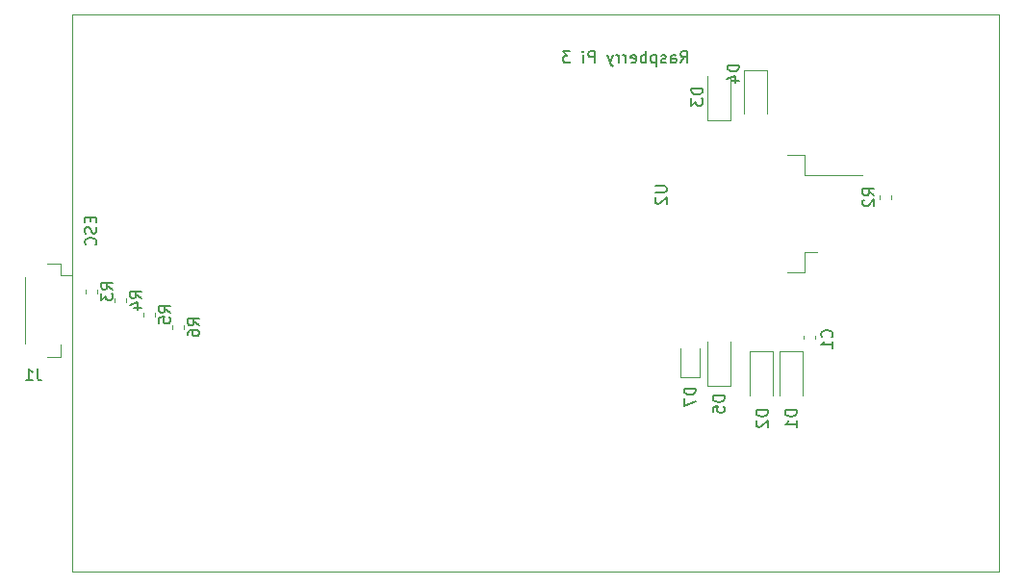
<source format=gbr>
G04 #@! TF.GenerationSoftware,KiCad,Pcbnew,5.1.4+dfsg1-1*
G04 #@! TF.CreationDate,2020-01-07T17:42:00+09:00*
G04 #@! TF.ProjectId,Drone,44726f6e-652e-46b6-9963-61645f706362,rev?*
G04 #@! TF.SameCoordinates,Original*
G04 #@! TF.FileFunction,Legend,Bot*
G04 #@! TF.FilePolarity,Positive*
%FSLAX46Y46*%
G04 Gerber Fmt 4.6, Leading zero omitted, Abs format (unit mm)*
G04 Created by KiCad (PCBNEW 5.1.4+dfsg1-1) date 2020-01-07 17:42:00*
%MOMM*%
%LPD*%
G04 APERTURE LIST*
%ADD10C,0.150000*%
%ADD11C,0.120000*%
G04 APERTURE END LIST*
D10*
X98353571Y-95329523D02*
X98353571Y-95662857D01*
X98877380Y-95805714D02*
X98877380Y-95329523D01*
X97877380Y-95329523D01*
X97877380Y-95805714D01*
X98829761Y-96186666D02*
X98877380Y-96329523D01*
X98877380Y-96567619D01*
X98829761Y-96662857D01*
X98782142Y-96710476D01*
X98686904Y-96758095D01*
X98591666Y-96758095D01*
X98496428Y-96710476D01*
X98448809Y-96662857D01*
X98401190Y-96567619D01*
X98353571Y-96377142D01*
X98305952Y-96281904D01*
X98258333Y-96234285D01*
X98163095Y-96186666D01*
X98067857Y-96186666D01*
X97972619Y-96234285D01*
X97925000Y-96281904D01*
X97877380Y-96377142D01*
X97877380Y-96615238D01*
X97925000Y-96758095D01*
X98782142Y-97758095D02*
X98829761Y-97710476D01*
X98877380Y-97567619D01*
X98877380Y-97472380D01*
X98829761Y-97329523D01*
X98734523Y-97234285D01*
X98639285Y-97186666D01*
X98448809Y-97139047D01*
X98305952Y-97139047D01*
X98115476Y-97186666D01*
X98020238Y-97234285D01*
X97925000Y-97329523D01*
X97877380Y-97472380D01*
X97877380Y-97567619D01*
X97925000Y-97710476D01*
X97972619Y-97758095D01*
D11*
X96710500Y-126492000D02*
X178308000Y-126492000D01*
X96774000Y-77470000D02*
X96710500Y-126492000D01*
X178308000Y-77470000D02*
X96774000Y-77470000D01*
X178308000Y-77470000D02*
X178308000Y-126492000D01*
D10*
X150272142Y-81732380D02*
X150605476Y-81256190D01*
X150843571Y-81732380D02*
X150843571Y-80732380D01*
X150462619Y-80732380D01*
X150367380Y-80780000D01*
X150319761Y-80827619D01*
X150272142Y-80922857D01*
X150272142Y-81065714D01*
X150319761Y-81160952D01*
X150367380Y-81208571D01*
X150462619Y-81256190D01*
X150843571Y-81256190D01*
X149415000Y-81732380D02*
X149415000Y-81208571D01*
X149462619Y-81113333D01*
X149557857Y-81065714D01*
X149748333Y-81065714D01*
X149843571Y-81113333D01*
X149415000Y-81684761D02*
X149510238Y-81732380D01*
X149748333Y-81732380D01*
X149843571Y-81684761D01*
X149891190Y-81589523D01*
X149891190Y-81494285D01*
X149843571Y-81399047D01*
X149748333Y-81351428D01*
X149510238Y-81351428D01*
X149415000Y-81303809D01*
X148986428Y-81684761D02*
X148891190Y-81732380D01*
X148700714Y-81732380D01*
X148605476Y-81684761D01*
X148557857Y-81589523D01*
X148557857Y-81541904D01*
X148605476Y-81446666D01*
X148700714Y-81399047D01*
X148843571Y-81399047D01*
X148938809Y-81351428D01*
X148986428Y-81256190D01*
X148986428Y-81208571D01*
X148938809Y-81113333D01*
X148843571Y-81065714D01*
X148700714Y-81065714D01*
X148605476Y-81113333D01*
X148129285Y-81065714D02*
X148129285Y-82065714D01*
X148129285Y-81113333D02*
X148034047Y-81065714D01*
X147843571Y-81065714D01*
X147748333Y-81113333D01*
X147700714Y-81160952D01*
X147653095Y-81256190D01*
X147653095Y-81541904D01*
X147700714Y-81637142D01*
X147748333Y-81684761D01*
X147843571Y-81732380D01*
X148034047Y-81732380D01*
X148129285Y-81684761D01*
X147224523Y-81732380D02*
X147224523Y-80732380D01*
X147224523Y-81113333D02*
X147129285Y-81065714D01*
X146938809Y-81065714D01*
X146843571Y-81113333D01*
X146795952Y-81160952D01*
X146748333Y-81256190D01*
X146748333Y-81541904D01*
X146795952Y-81637142D01*
X146843571Y-81684761D01*
X146938809Y-81732380D01*
X147129285Y-81732380D01*
X147224523Y-81684761D01*
X145938809Y-81684761D02*
X146034047Y-81732380D01*
X146224523Y-81732380D01*
X146319761Y-81684761D01*
X146367380Y-81589523D01*
X146367380Y-81208571D01*
X146319761Y-81113333D01*
X146224523Y-81065714D01*
X146034047Y-81065714D01*
X145938809Y-81113333D01*
X145891190Y-81208571D01*
X145891190Y-81303809D01*
X146367380Y-81399047D01*
X145462619Y-81732380D02*
X145462619Y-81065714D01*
X145462619Y-81256190D02*
X145415000Y-81160952D01*
X145367380Y-81113333D01*
X145272142Y-81065714D01*
X145176904Y-81065714D01*
X144843571Y-81732380D02*
X144843571Y-81065714D01*
X144843571Y-81256190D02*
X144795952Y-81160952D01*
X144748333Y-81113333D01*
X144653095Y-81065714D01*
X144557857Y-81065714D01*
X144319761Y-81065714D02*
X144081666Y-81732380D01*
X143843571Y-81065714D02*
X144081666Y-81732380D01*
X144176904Y-81970476D01*
X144224523Y-82018095D01*
X144319761Y-82065714D01*
X142700714Y-81732380D02*
X142700714Y-80732380D01*
X142319761Y-80732380D01*
X142224523Y-80780000D01*
X142176904Y-80827619D01*
X142129285Y-80922857D01*
X142129285Y-81065714D01*
X142176904Y-81160952D01*
X142224523Y-81208571D01*
X142319761Y-81256190D01*
X142700714Y-81256190D01*
X141700714Y-81732380D02*
X141700714Y-81065714D01*
X141700714Y-80732380D02*
X141748333Y-80780000D01*
X141700714Y-80827619D01*
X141653095Y-80780000D01*
X141700714Y-80732380D01*
X141700714Y-80827619D01*
X140557857Y-80732380D02*
X139938809Y-80732380D01*
X140272142Y-81113333D01*
X140129285Y-81113333D01*
X140034047Y-81160952D01*
X139986428Y-81208571D01*
X139938809Y-81303809D01*
X139938809Y-81541904D01*
X139986428Y-81637142D01*
X140034047Y-81684761D01*
X140129285Y-81732380D01*
X140415000Y-81732380D01*
X140510238Y-81684761D01*
X140557857Y-81637142D01*
D11*
X104015000Y-104071267D02*
X104015000Y-103728733D01*
X102995000Y-104071267D02*
X102995000Y-103728733D01*
X105535000Y-105186267D02*
X105535000Y-104843733D01*
X106555000Y-105186267D02*
X106555000Y-104843733D01*
X161150000Y-98405000D02*
X162250000Y-98405000D01*
X161150000Y-100215000D02*
X161150000Y-98405000D01*
X159650000Y-100215000D02*
X161150000Y-100215000D01*
X161150000Y-91625000D02*
X166275000Y-91625000D01*
X161150000Y-89815000D02*
X161150000Y-91625000D01*
X159650000Y-89815000D02*
X161150000Y-89815000D01*
X162105000Y-105729721D02*
X162105000Y-106055279D01*
X161085000Y-105729721D02*
X161085000Y-106055279D01*
X159020000Y-107150000D02*
X161020000Y-107150000D01*
X161020000Y-107150000D02*
X161020000Y-111000000D01*
X159020000Y-107150000D02*
X159020000Y-111000000D01*
X156350000Y-107150000D02*
X156350000Y-111000000D01*
X158350000Y-107150000D02*
X158350000Y-111000000D01*
X156350000Y-107150000D02*
X158350000Y-107150000D01*
X94575000Y-99395000D02*
X95725000Y-99395000D01*
X95725000Y-99395000D02*
X95725000Y-100445000D01*
X95725000Y-100445000D02*
X96715000Y-100445000D01*
X94575000Y-107615000D02*
X95725000Y-107615000D01*
X95725000Y-107615000D02*
X95725000Y-106565000D01*
X92605000Y-100565000D02*
X92605000Y-106445000D01*
X154670000Y-86785000D02*
X154670000Y-82935000D01*
X152670000Y-86785000D02*
X152670000Y-82935000D01*
X154670000Y-86785000D02*
X152670000Y-86785000D01*
X155845000Y-82385000D02*
X157845000Y-82385000D01*
X157845000Y-82385000D02*
X157845000Y-86235000D01*
X155845000Y-82385000D02*
X155845000Y-86235000D01*
X154670000Y-110150000D02*
X154670000Y-106300000D01*
X152670000Y-110150000D02*
X152670000Y-106300000D01*
X154670000Y-110150000D02*
X152670000Y-110150000D01*
X151980000Y-109450000D02*
X150280000Y-109450000D01*
X150280000Y-109450000D02*
X150280000Y-106900000D01*
X151980000Y-109450000D02*
X151980000Y-106900000D01*
X167765000Y-93413733D02*
X167765000Y-93756267D01*
X168785000Y-93413733D02*
X168785000Y-93756267D01*
X97915000Y-102011267D02*
X97915000Y-101668733D01*
X98935000Y-102011267D02*
X98935000Y-101668733D01*
X101475000Y-102801267D02*
X101475000Y-102458733D01*
X100455000Y-102801267D02*
X100455000Y-102458733D01*
D10*
X105387380Y-103733333D02*
X104911190Y-103400000D01*
X105387380Y-103161904D02*
X104387380Y-103161904D01*
X104387380Y-103542857D01*
X104435000Y-103638095D01*
X104482619Y-103685714D01*
X104577857Y-103733333D01*
X104720714Y-103733333D01*
X104815952Y-103685714D01*
X104863571Y-103638095D01*
X104911190Y-103542857D01*
X104911190Y-103161904D01*
X104387380Y-104638095D02*
X104387380Y-104161904D01*
X104863571Y-104114285D01*
X104815952Y-104161904D01*
X104768333Y-104257142D01*
X104768333Y-104495238D01*
X104815952Y-104590476D01*
X104863571Y-104638095D01*
X104958809Y-104685714D01*
X105196904Y-104685714D01*
X105292142Y-104638095D01*
X105339761Y-104590476D01*
X105387380Y-104495238D01*
X105387380Y-104257142D01*
X105339761Y-104161904D01*
X105292142Y-104114285D01*
X107927380Y-104848333D02*
X107451190Y-104515000D01*
X107927380Y-104276904D02*
X106927380Y-104276904D01*
X106927380Y-104657857D01*
X106975000Y-104753095D01*
X107022619Y-104800714D01*
X107117857Y-104848333D01*
X107260714Y-104848333D01*
X107355952Y-104800714D01*
X107403571Y-104753095D01*
X107451190Y-104657857D01*
X107451190Y-104276904D01*
X106927380Y-105705476D02*
X106927380Y-105515000D01*
X106975000Y-105419761D01*
X107022619Y-105372142D01*
X107165476Y-105276904D01*
X107355952Y-105229285D01*
X107736904Y-105229285D01*
X107832142Y-105276904D01*
X107879761Y-105324523D01*
X107927380Y-105419761D01*
X107927380Y-105610238D01*
X107879761Y-105705476D01*
X107832142Y-105753095D01*
X107736904Y-105800714D01*
X107498809Y-105800714D01*
X107403571Y-105753095D01*
X107355952Y-105705476D01*
X107308333Y-105610238D01*
X107308333Y-105419761D01*
X107355952Y-105324523D01*
X107403571Y-105276904D01*
X107498809Y-105229285D01*
X148042380Y-92583095D02*
X148851904Y-92583095D01*
X148947142Y-92630714D01*
X148994761Y-92678333D01*
X149042380Y-92773571D01*
X149042380Y-92964047D01*
X148994761Y-93059285D01*
X148947142Y-93106904D01*
X148851904Y-93154523D01*
X148042380Y-93154523D01*
X148137619Y-93583095D02*
X148090000Y-93630714D01*
X148042380Y-93725952D01*
X148042380Y-93964047D01*
X148090000Y-94059285D01*
X148137619Y-94106904D01*
X148232857Y-94154523D01*
X148328095Y-94154523D01*
X148470952Y-94106904D01*
X149042380Y-93535476D01*
X149042380Y-94154523D01*
X163552142Y-105878333D02*
X163599761Y-105830714D01*
X163647380Y-105687857D01*
X163647380Y-105592619D01*
X163599761Y-105449761D01*
X163504523Y-105354523D01*
X163409285Y-105306904D01*
X163218809Y-105259285D01*
X163075952Y-105259285D01*
X162885476Y-105306904D01*
X162790238Y-105354523D01*
X162695000Y-105449761D01*
X162647380Y-105592619D01*
X162647380Y-105687857D01*
X162695000Y-105830714D01*
X162742619Y-105878333D01*
X163647380Y-106830714D02*
X163647380Y-106259285D01*
X163647380Y-106545000D02*
X162647380Y-106545000D01*
X162790238Y-106449761D01*
X162885476Y-106354523D01*
X162933095Y-106259285D01*
X160472380Y-112291904D02*
X159472380Y-112291904D01*
X159472380Y-112530000D01*
X159520000Y-112672857D01*
X159615238Y-112768095D01*
X159710476Y-112815714D01*
X159900952Y-112863333D01*
X160043809Y-112863333D01*
X160234285Y-112815714D01*
X160329523Y-112768095D01*
X160424761Y-112672857D01*
X160472380Y-112530000D01*
X160472380Y-112291904D01*
X160472380Y-113815714D02*
X160472380Y-113244285D01*
X160472380Y-113530000D02*
X159472380Y-113530000D01*
X159615238Y-113434761D01*
X159710476Y-113339523D01*
X159758095Y-113244285D01*
X157932380Y-112291904D02*
X156932380Y-112291904D01*
X156932380Y-112530000D01*
X156980000Y-112672857D01*
X157075238Y-112768095D01*
X157170476Y-112815714D01*
X157360952Y-112863333D01*
X157503809Y-112863333D01*
X157694285Y-112815714D01*
X157789523Y-112768095D01*
X157884761Y-112672857D01*
X157932380Y-112530000D01*
X157932380Y-112291904D01*
X157027619Y-113244285D02*
X156980000Y-113291904D01*
X156932380Y-113387142D01*
X156932380Y-113625238D01*
X156980000Y-113720476D01*
X157027619Y-113768095D01*
X157122857Y-113815714D01*
X157218095Y-113815714D01*
X157360952Y-113768095D01*
X157932380Y-113196666D01*
X157932380Y-113815714D01*
X93678333Y-108672380D02*
X93678333Y-109386666D01*
X93725952Y-109529523D01*
X93821190Y-109624761D01*
X93964047Y-109672380D01*
X94059285Y-109672380D01*
X92678333Y-109672380D02*
X93249761Y-109672380D01*
X92964047Y-109672380D02*
X92964047Y-108672380D01*
X93059285Y-108815238D01*
X93154523Y-108910476D01*
X93249761Y-108958095D01*
X152217380Y-83973904D02*
X151217380Y-83973904D01*
X151217380Y-84212000D01*
X151265000Y-84354857D01*
X151360238Y-84450095D01*
X151455476Y-84497714D01*
X151645952Y-84545333D01*
X151788809Y-84545333D01*
X151979285Y-84497714D01*
X152074523Y-84450095D01*
X152169761Y-84354857D01*
X152217380Y-84212000D01*
X152217380Y-83973904D01*
X151217380Y-84878666D02*
X151217380Y-85497714D01*
X151598333Y-85164380D01*
X151598333Y-85307238D01*
X151645952Y-85402476D01*
X151693571Y-85450095D01*
X151788809Y-85497714D01*
X152026904Y-85497714D01*
X152122142Y-85450095D01*
X152169761Y-85402476D01*
X152217380Y-85307238D01*
X152217380Y-85021523D01*
X152169761Y-84926285D01*
X152122142Y-84878666D01*
X155392380Y-81941904D02*
X154392380Y-81941904D01*
X154392380Y-82180000D01*
X154440000Y-82322857D01*
X154535238Y-82418095D01*
X154630476Y-82465714D01*
X154820952Y-82513333D01*
X154963809Y-82513333D01*
X155154285Y-82465714D01*
X155249523Y-82418095D01*
X155344761Y-82322857D01*
X155392380Y-82180000D01*
X155392380Y-81941904D01*
X154725714Y-83370476D02*
X155392380Y-83370476D01*
X154344761Y-83132380D02*
X155059047Y-82894285D01*
X155059047Y-83513333D01*
X154122380Y-111021904D02*
X153122380Y-111021904D01*
X153122380Y-111260000D01*
X153170000Y-111402857D01*
X153265238Y-111498095D01*
X153360476Y-111545714D01*
X153550952Y-111593333D01*
X153693809Y-111593333D01*
X153884285Y-111545714D01*
X153979523Y-111498095D01*
X154074761Y-111402857D01*
X154122380Y-111260000D01*
X154122380Y-111021904D01*
X153122380Y-112498095D02*
X153122380Y-112021904D01*
X153598571Y-111974285D01*
X153550952Y-112021904D01*
X153503333Y-112117142D01*
X153503333Y-112355238D01*
X153550952Y-112450476D01*
X153598571Y-112498095D01*
X153693809Y-112545714D01*
X153931904Y-112545714D01*
X154027142Y-112498095D01*
X154074761Y-112450476D01*
X154122380Y-112355238D01*
X154122380Y-112117142D01*
X154074761Y-112021904D01*
X154027142Y-111974285D01*
X151582380Y-110386904D02*
X150582380Y-110386904D01*
X150582380Y-110625000D01*
X150630000Y-110767857D01*
X150725238Y-110863095D01*
X150820476Y-110910714D01*
X151010952Y-110958333D01*
X151153809Y-110958333D01*
X151344285Y-110910714D01*
X151439523Y-110863095D01*
X151534761Y-110767857D01*
X151582380Y-110625000D01*
X151582380Y-110386904D01*
X150582380Y-111291666D02*
X150582380Y-111958333D01*
X151582380Y-111529761D01*
X167297380Y-93418333D02*
X166821190Y-93085000D01*
X167297380Y-92846904D02*
X166297380Y-92846904D01*
X166297380Y-93227857D01*
X166345000Y-93323095D01*
X166392619Y-93370714D01*
X166487857Y-93418333D01*
X166630714Y-93418333D01*
X166725952Y-93370714D01*
X166773571Y-93323095D01*
X166821190Y-93227857D01*
X166821190Y-92846904D01*
X166392619Y-93799285D02*
X166345000Y-93846904D01*
X166297380Y-93942142D01*
X166297380Y-94180238D01*
X166345000Y-94275476D01*
X166392619Y-94323095D01*
X166487857Y-94370714D01*
X166583095Y-94370714D01*
X166725952Y-94323095D01*
X167297380Y-93751666D01*
X167297380Y-94370714D01*
X100307380Y-101673333D02*
X99831190Y-101340000D01*
X100307380Y-101101904D02*
X99307380Y-101101904D01*
X99307380Y-101482857D01*
X99355000Y-101578095D01*
X99402619Y-101625714D01*
X99497857Y-101673333D01*
X99640714Y-101673333D01*
X99735952Y-101625714D01*
X99783571Y-101578095D01*
X99831190Y-101482857D01*
X99831190Y-101101904D01*
X99307380Y-102006666D02*
X99307380Y-102625714D01*
X99688333Y-102292380D01*
X99688333Y-102435238D01*
X99735952Y-102530476D01*
X99783571Y-102578095D01*
X99878809Y-102625714D01*
X100116904Y-102625714D01*
X100212142Y-102578095D01*
X100259761Y-102530476D01*
X100307380Y-102435238D01*
X100307380Y-102149523D01*
X100259761Y-102054285D01*
X100212142Y-102006666D01*
X102847380Y-102463333D02*
X102371190Y-102130000D01*
X102847380Y-101891904D02*
X101847380Y-101891904D01*
X101847380Y-102272857D01*
X101895000Y-102368095D01*
X101942619Y-102415714D01*
X102037857Y-102463333D01*
X102180714Y-102463333D01*
X102275952Y-102415714D01*
X102323571Y-102368095D01*
X102371190Y-102272857D01*
X102371190Y-101891904D01*
X102180714Y-103320476D02*
X102847380Y-103320476D01*
X101799761Y-103082380D02*
X102514047Y-102844285D01*
X102514047Y-103463333D01*
M02*

</source>
